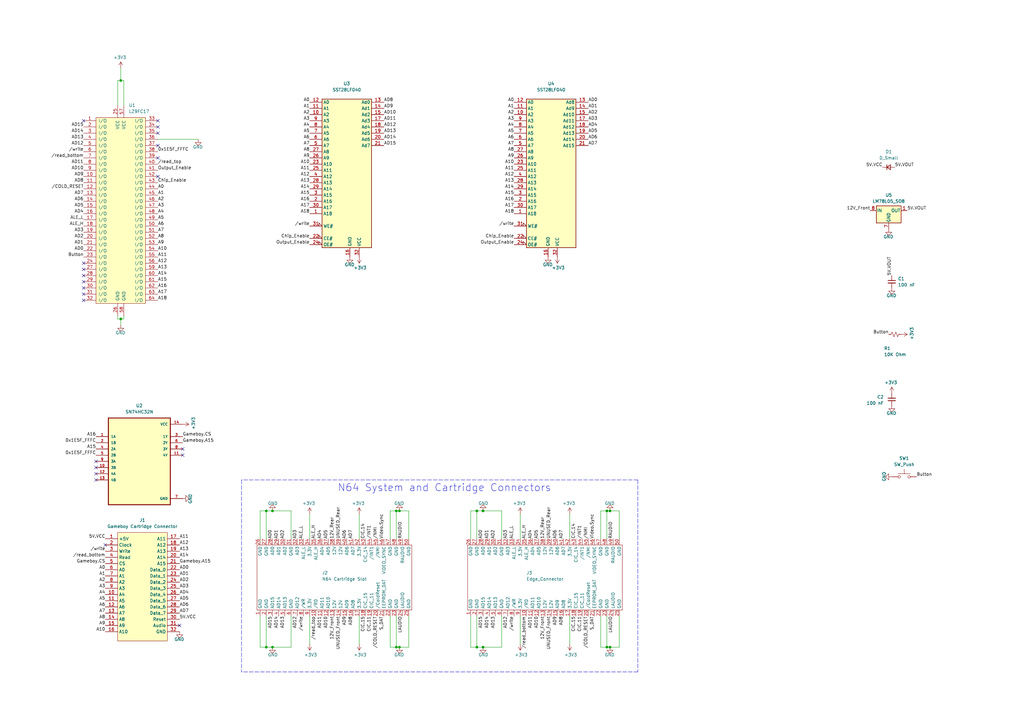
<source format=kicad_sch>
(kicad_sch (version 20231120) (generator "eeschema") (generator_version "8.0")
  (paper "A3")
  (lib_symbols
    (symbol "Custom_Flash:SST28LF040"
      (property "Reference" "U1" (at 0 38.1 0))
      (property "Value" "SST28LF040" (at 0 35.56 0))
      (symbol "SST28LF040_0_1"
        (rectangle (start -10.16 31.75) (end 10.16 -29.21) (stroke (width 0.254)) (fill (type background)))
      )
      (symbol "SST28LF040_1_1"
        (pin input line (at -15.24 -15.24 0) (length 5.08) (name "A18") (number "1"))
        (pin input line (at -15.24 25.4 0) (length 5.08) (name "A2") (number "10"))
        (pin input line (at -15.24 27.94 0) (length 5.08) (name "A1") (number "11"))
        (pin input line (at -15.24 30.48 0) (length 5.08) (name "A0") (number "12"))
        (pin tri_state line (at 15.24 30.48 180) (length 5.08) (name "Ad0") (number "13"))
        (pin tri_state line (at 15.24 27.94 180) (length 5.08) (name "Ad1") (number "14"))
        (pin tri_state line (at 15.24 25.4 180) (length 5.08) (name "Ad2") (number "15"))
        (pin power_in line (at 1.27 -33.02 90) (length 3.81) (name "GND") (number "16"))
        (pin tri_state line (at 15.24 22.86 180) (length 5.08) (name "Ad3") (number "17"))
        (pin tri_state line (at 15.24 20.32 180) (length 5.08) (name "Ad4") (number "18"))
        (pin tri_state line (at 15.24 17.78 180) (length 5.08) (name "Ad5") (number "19"))
        (pin input line (at -15.24 -10.16 0) (length 5.08) (name "A16") (number "2"))
        (pin tri_state line (at 15.24 15.24 180) (length 5.08) (name "Ad6") (number "20"))
        (pin tri_state line (at 15.24 12.7 180) (length 5.08) (name "Ad7") (number "21"))
        (pin input input_low (at -15.24 -25.4 0) (length 5.08) (name "CE#") (number "22"))
        (pin input line (at -15.24 5.08 0) (length 5.08) (name "A10") (number "23"))
        (pin input input_low (at -15.24 -27.94 0) (length 5.08) (name "OE#") (number "24"))
        (pin input line (at -15.24 2.54 0) (length 5.08) (name "A11") (number "25"))
        (pin input line (at -15.24 7.62 0) (length 5.08) (name "A9") (number "26"))
        (pin input line (at -15.24 10.16 0) (length 5.08) (name "A8") (number "27"))
        (pin input line (at -15.24 -2.54 0) (length 5.08) (name "A13") (number "28"))
        (pin input line (at -15.24 -5.08 0) (length 5.08) (name "A14") (number "29"))
        (pin input line (at -15.24 -7.62 0) (length 5.08) (name "A15") (number "3"))
        (pin input line (at -15.24 -12.7 0) (length 5.08) (name "A17") (number "30"))
        (pin input input_low (at -15.24 -20.32 0) (length 5.08) (name "WE#") (number "31"))
        (pin power_in line (at 5.08 -33.02 90) (length 3.81) (name "VCC") (number "32"))
        (pin input line (at -15.24 0 0) (length 5.08) (name "A12") (number "4"))
        (pin input line (at -15.24 12.7 0) (length 5.08) (name "A7") (number "5"))
        (pin input line (at -15.24 15.24 0) (length 5.08) (name "A6") (number "6"))
        (pin input line (at -15.24 17.78 0) (length 5.08) (name "A5") (number "7"))
        (pin input line (at -15.24 20.32 0) (length 5.08) (name "A4") (number "8"))
        (pin input line (at -15.24 22.86 0) (length 5.08) (name "A3") (number "9"))
      )
    )
    (symbol "Custom_GAL:LZ9FC17" (pin_names (offset 1.016))
      (property "Reference" "U" (at -7.62 50.8 0))
      (property "Value" "LZ9FC17" (at 2.54 50.8 0))
      (symbol "LZ9FC17_0_1"
        (rectangle (start -10.16 36.83) (end 10.16 -39.37) (fill (type background)))
      )
      (symbol "LZ9FC17_1_1"
        (pin tri_state line (at -15.24 35.56 0) (length 5.08) (name "I/O") (number "1"))
        (pin tri_state line (at -15.24 12.7 0) (length 5.08) (name "I/O") (number "10"))
        (pin tri_state line (at -15.24 10.16 0) (length 5.08) (name "I/O") (number "11"))
        (pin tri_state line (at -15.24 7.62 0) (length 5.08) (name "I/O") (number "12"))
        (pin tri_state line (at -15.24 5.08 0) (length 5.08) (name "I/O") (number "13"))
        (pin tri_state line (at -15.24 2.54 0) (length 5.08) (name "I/O") (number "14"))
        (pin tri_state line (at -15.24 0 0) (length 5.08) (name "I/O") (number "15"))
        (pin tri_state line (at -15.24 -2.54 0) (length 5.08) (name "I/O") (number "16"))
        (pin tri_state line (at -15.24 -5.08 0) (length 5.08) (name "I/O") (number "17"))
        (pin tri_state line (at -15.24 -7.62 0) (length 5.08) (name "I/O") (number "18"))
        (pin tri_state line (at -15.24 -10.16 0) (length 5.08) (name "I/O") (number "19"))
        (pin tri_state line (at -15.24 33.02 0) (length 5.08) (name "I/O") (number "2"))
        (pin tri_state line (at -15.24 -12.7 0) (length 5.08) (name "I/O") (number "20"))
        (pin tri_state line (at -15.24 -15.24 0) (length 5.08) (name "I/O") (number "21"))
        (pin tri_state line (at -15.24 -17.78 0) (length 5.08) (name "I/O") (number "22"))
        (pin tri_state line (at -15.24 -20.32 0) (length 5.08) (name "I/O") (number "23"))
        (pin tri_state line (at -15.24 -22.86 0) (length 5.08) (name "I/O") (number "24"))
        (pin power_in line (at -1.27 41.91 270) (length 5.08) (name "VCC") (number "25"))
        (pin power_in line (at -1.27 -44.45 90) (length 5.08) (name "GND") (number "26"))
        (pin tri_state line (at -15.24 -25.4 0) (length 5.08) (name "I/O") (number "27"))
        (pin tri_state line (at -15.24 -27.94 0) (length 5.08) (name "I/O") (number "28"))
        (pin tri_state line (at -15.24 -30.48 0) (length 5.08) (name "I/O") (number "29"))
        (pin tri_state line (at -15.24 30.48 0) (length 5.08) (name "I/O") (number "3"))
        (pin tri_state line (at -15.24 -33.02 0) (length 5.08) (name "I/O") (number "30"))
        (pin tri_state line (at -15.24 -35.56 0) (length 5.08) (name "I/O") (number "31"))
        (pin tri_state line (at -15.24 -38.1 0) (length 5.08) (name "I/O") (number "32"))
        (pin tri_state line (at 15.24 35.56 180) (length 5.08) (name "I/O") (number "33"))
        (pin tri_state line (at 15.24 33.02 180) (length 5.08) (name "I/O") (number "34"))
        (pin tri_state line (at 15.24 30.48 180) (length 5.08) (name "I/O") (number "35"))
        (pin tri_state line (at 15.24 27.94 180) (length 5.08) (name "I/O") (number "36"))
        (pin tri_state line (at 15.24 25.4 180) (length 5.08) (name "I/O") (number "37"))
        (pin tri_state line (at 15.24 22.86 180) (length 5.08) (name "I/O") (number "38"))
        (pin tri_state line (at 15.24 20.32 180) (length 5.08) (name "I/O") (number "39"))
        (pin tri_state line (at -15.24 27.94 0) (length 5.08) (name "I/O") (number "4"))
        (pin tri_state line (at 15.24 17.78 180) (length 5.08) (name "I/O") (number "40"))
        (pin tri_state line (at 15.24 15.24 180) (length 5.08) (name "I/O") (number "41"))
        (pin tri_state line (at 15.24 12.7 180) (length 5.08) (name "I/O") (number "42"))
        (pin tri_state line (at 15.24 10.16 180) (length 5.08) (name "I/O") (number "43"))
        (pin tri_state line (at 15.24 7.62 180) (length 5.08) (name "I/O") (number "44"))
        (pin tri_state line (at 15.24 5.08 180) (length 5.08) (name "I/O") (number "45"))
        (pin tri_state line (at 15.24 2.54 180) (length 5.08) (name "I/O") (number "46"))
        (pin tri_state line (at 15.24 0 180) (length 5.08) (name "I/O") (number "47"))
        (pin tri_state line (at 15.24 -2.54 180) (length 5.08) (name "I/O") (number "48"))
        (pin tri_state line (at 15.24 -5.08 180) (length 5.08) (name "I/O") (number "49"))
        (pin tri_state line (at -15.24 25.4 0) (length 5.08) (name "I/O") (number "5"))
        (pin tri_state line (at 15.24 -7.62 180) (length 5.08) (name "I/O") (number "50"))
        (pin tri_state line (at 15.24 -10.16 180) (length 5.08) (name "I/O") (number "51"))
        (pin tri_state line (at 15.24 -12.7 180) (length 5.08) (name "I/O") (number "52"))
        (pin tri_state line (at 15.24 -15.24 180) (length 5.08) (name "I/O") (number "53"))
        (pin tri_state line (at 15.24 -17.78 180) (length 5.08) (name "I/O") (number "54"))
        (pin tri_state line (at 15.24 -20.32 180) (length 5.08) (name "I/O") (number "55"))
        (pin tri_state line (at 15.24 -22.86 180) (length 5.08) (name "I/O") (number "56"))
        (pin power_in line (at 1.27 41.91 270) (length 5.08) (name "VCC") (number "57"))
        (pin tri_state line (at 1.27 -44.45 90) (length 5.08) (name "GND") (number "58"))
        (pin tri_state line (at 15.24 -25.4 180) (length 5.08) (name "I/O") (number "59"))
        (pin tri_state line (at -15.24 22.86 0) (length 5.08) (name "I/O") (number "6"))
        (pin tri_state line (at 15.24 -27.94 180) (length 5.08) (name "I/O") (number "60"))
        (pin tri_state line (at 15.24 -30.48 180) (length 5.08) (name "I/O") (number "61"))
        (pin tri_state line (at 15.24 -33.02 180) (length 5.08) (name "I/O") (number "62"))
        (pin tri_state line (at 15.24 -35.56 180) (length 5.08) (name "I/O") (number "63"))
        (pin tri_state line (at 15.24 -38.1 180) (length 5.08) (name "I/O") (number "64"))
        (pin tri_state line (at -15.24 20.32 0) (length 5.08) (name "I/O") (number "7"))
        (pin tri_state line (at -15.24 17.78 0) (length 5.08) (name "I/O") (number "8"))
        (pin tri_state line (at -15.24 15.24 0) (length 5.08) (name "I/O") (number "9"))
      )
    )
    (symbol "Device:C_Small" (pin_numbers hide) (pin_names (offset 0.254) hide)
      (property "Reference" "C" (at 0.254 1.778 0))
      (property "Value" "C_Small" (at 0.254 -2.032 0))
      (symbol "C_Small_0_1"
        (polyline (pts (xy -1.524 -0.508) (xy 1.524 -0.508)) (stroke (width 0.3302)))
        (polyline (pts (xy -1.524 0.508) (xy 1.524 0.508)) (stroke (width 0.3048)))
      )
      (symbol "C_Small_1_1"
        (pin passive line (at 0 2.54 270) (length 2.032) (name "~") (number "1"))
        (pin passive line (at 0 -2.54 90) (length 2.032) (name "~") (number "2"))
      )
    )
    (symbol "Device:D_Small" (pin_numbers hide) (pin_names (offset 0.254) hide)
      (property "Reference" "D" (at -1.27 2.032 0))
      (property "Value" "D_Small" (at -3.81 -2.032 0))
      (symbol "D_Small_0_1"
        (polyline (pts (xy -0.762 -1.016) (xy -0.762 1.016)) (stroke (width 0.254)))
        (polyline (pts (xy -0.762 0) (xy 0.762 0)))
        (polyline (pts (xy 0.762 -1.016) (xy -0.762 0) (xy 0.762 1.016) (xy 0.762 -1.016)) (stroke (width 0.254)))
      )
      (symbol "D_Small_1_1"
        (pin passive line (at -2.54 0 0) (length 1.778) (name "K") (number "1"))
        (pin passive line (at 2.54 0 180) (length 1.778) (name "A") (number "2"))
      )
    )
    (symbol "Device:R_Small_US" (pin_numbers hide) (pin_names (offset 0.254) hide)
      (property "Reference" "R" (at 0.762 0.508 0))
      (property "Value" "R_Small_US" (at 0.762 -1.016 0))
      (symbol "R_Small_US_1_1"
        (polyline (pts (xy 0 0) (xy 1.016 -0.381) (xy 0 -0.762) (xy -1.016 -1.143) (xy 0 -1.524)))
        (polyline (pts (xy 0 1.524) (xy 1.016 1.143) (xy 0 0.762) (xy -1.016 0.381) (xy 0 0)))
        (pin passive line (at 0 2.54 270) (length 1.016) (name "~") (number "1"))
        (pin passive line (at 0 -2.54 90) (length 1.016) (name "~") (number "2"))
      )
    )
    (symbol "GameBooster:SN74HC32N" (pin_names (offset 1.016))
      (property "Reference" "U" (at -12.7 18.78 0))
      (property "Value" "SN74HC32N" (at -12.7 -21.78 0))
      (symbol "SN74HC32N_0_0"
        (rectangle (start -12.7 -17.78) (end 12.7 17.78) (stroke (width 0.41)) (fill (type background)))
        (pin input line (at -17.78 10.16 0) (length 5.08) (name "1A") (number "1"))
        (pin input line (at -17.78 -2.54 0) (length 5.08) (name "3B") (number "10"))
        (pin output line (at 17.78 2.54 180) (length 5.08) (name "4Y") (number "11"))
        (pin input line (at -17.78 -5.08 0) (length 5.08) (name "4A") (number "12"))
        (pin input line (at -17.78 -7.62 0) (length 5.08) (name "4B") (number "13"))
        (pin power_in line (at 17.78 15.24 180) (length 5.08) (name "VCC") (number "14"))
        (pin input line (at -17.78 7.62 0) (length 5.08) (name "1B") (number "2"))
        (pin output line (at 17.78 10.16 180) (length 5.08) (name "1Y") (number "3"))
        (pin input line (at -17.78 5.08 0) (length 5.08) (name "2A") (number "4"))
        (pin input line (at -17.78 2.54 0) (length 5.08) (name "2B") (number "5"))
        (pin output line (at 17.78 7.62 180) (length 5.08) (name "2Y") (number "6"))
        (pin power_in line (at 17.78 -15.24 180) (length 5.08) (name "GND") (number "7"))
        (pin output line (at 17.78 5.08 180) (length 5.08) (name "3Y") (number "8"))
        (pin input line (at -17.78 0 0) (length 5.08) (name "3A") (number "9"))
      )
    )
    (symbol "Gameboy:Game_Edge_Connector"
      (property "Reference" "J6" (at 0 15.24 0))
      (property "Value" "Game_Edge_Connector" (at 0 12.7 0))
      (symbol "Game_Edge_Connector_1_1"
        (rectangle (start -10.16 10.16) (end 10.16 -34.29) (fill (type background)))
        (pin power_in line (at -15.24 7.62 0) (length 5.08) (name "+5V") (number "1"))
        (pin bidirectional line (at -15.24 -15.24 0) (length 5.08) (name "A4") (number "10"))
        (pin bidirectional line (at -15.24 -17.78 0) (length 5.08) (name "A5") (number "11"))
        (pin bidirectional line (at -15.24 -20.32 0) (length 5.08) (name "A6") (number "12"))
        (pin bidirectional line (at -15.24 -22.86 0) (length 5.08) (name "A7") (number "13"))
        (pin bidirectional line (at -15.24 -25.4 0) (length 5.08) (name "A8") (number "14"))
        (pin bidirectional line (at -15.24 -27.94 0) (length 5.08) (name "A9") (number "15"))
        (pin bidirectional line (at -15.24 -30.48 0) (length 5.08) (name "A10") (number "16"))
        (pin bidirectional line (at 15.24 7.62 180) (length 5.08) (name "A11") (number "17"))
        (pin bidirectional line (at 15.24 5.08 180) (length 5.08) (name "A12") (number "18"))
        (pin bidirectional line (at 15.24 2.54 180) (length 5.08) (name "A13") (number "19"))
        (pin bidirectional line (at -15.24 5.08 0) (length 5.08) (name "Clock") (number "2"))
        (pin bidirectional line (at 15.24 0 180) (length 5.08) (name "A14") (number "20"))
        (pin bidirectional line (at 15.24 -2.54 180) (length 5.08) (name "A15") (number "21"))
        (pin bidirectional line (at 15.24 -5.08 180) (length 5.08) (name "Data_0") (number "22"))
        (pin bidirectional line (at 15.24 -7.62 180) (length 5.08) (name "Data_1") (number "23"))
        (pin bidirectional line (at 15.24 -10.16 180) (length 5.08) (name "Data_2") (number "24"))
        (pin bidirectional line (at 15.24 -12.7 180) (length 5.08) (name "Data_3") (number "25"))
        (pin bidirectional line (at 15.24 -15.24 180) (length 5.08) (name "Data_4") (number "26"))
        (pin bidirectional line (at 15.24 -17.78 180) (length 5.08) (name "Data_5") (number "27"))
        (pin bidirectional line (at 15.24 -20.32 180) (length 5.08) (name "Data_6") (number "28"))
        (pin bidirectional line (at 15.24 -22.86 180) (length 5.08) (name "Data_7") (number "29"))
        (pin bidirectional line (at -15.24 2.54 0) (length 5.08) (name "Write") (number "3"))
        (pin bidirectional line (at 15.24 -25.4 180) (length 5.08) (name "Reset") (number "30"))
        (pin bidirectional line (at 15.24 -27.94 180) (length 5.08) (name "Audio") (number "31"))
        (pin bidirectional line (at 15.24 -30.48 180) (length 5.08) (name "GND") (number "32"))
        (pin bidirectional line (at -15.24 0 0) (length 5.08) (name "Read") (number "4"))
        (pin bidirectional line (at -15.24 -2.54 0) (length 5.08) (name "CS") (number "5"))
        (pin bidirectional line (at -15.24 -5.08 0) (length 5.08) (name "A0") (number "6"))
        (pin bidirectional line (at -15.24 -7.62 0) (length 5.08) (name "A1") (number "7"))
        (pin bidirectional line (at -15.24 -10.16 0) (length 5.08) (name "A2") (number "8"))
        (pin bidirectional line (at -15.24 -12.7 0) (length 5.08) (name "A3") (number "9"))
      )
    )
    (symbol "N64:Edge_Connector"
      (property "Reference" "U" (at 0 2.54 0))
      (property "Value" "Edge_Connector" (at 0 0 0))
      (symbol "Edge_Connector_0_1"
        (rectangle (start -33.02 13.97) (end 30.48 -12.7))
      )
      (symbol "Edge_Connector_1_1"
        (pin power_out line (at -31.75 -15.24 90) (length 2.54) (name "GND") (number "1"))
        (pin output line (at -8.89 -15.24 90) (length 2.54) (name "/RD") (number "10"))
        (pin bidirectional line (at -6.35 -15.24 90) (length 2.54) (name "AD11") (number "11"))
        (pin bidirectional line (at -3.81 -15.24 90) (length 2.54) (name "AD10") (number "12"))
        (pin power_out line (at -1.27 -15.24 90) (length 2.54) (name "12V") (number "13"))
        (pin power_out line (at 1.27 -15.24 90) (length 2.54) (name "12V") (number "14"))
        (pin bidirectional line (at 3.81 -15.24 90) (length 2.54) (name "AD9") (number "15"))
        (pin bidirectional line (at 6.35 -15.24 90) (length 2.54) (name "AD8") (number "16"))
        (pin power_out line (at 8.89 -15.24 90) (length 2.54) (name "3.3V") (number "17"))
        (pin bidirectional line (at 11.43 -15.24 90) (length 2.54) (name "CIC_15") (number "18"))
        (pin bidirectional line (at 13.97 -15.24 90) (length 2.54) (name "CIC_11") (number "19"))
        (pin power_out line (at -29.21 -15.24 90) (length 2.54) (name "GND") (number "2"))
        (pin bidirectional line (at 16.51 -15.24 90) (length 2.54) (name "/ColdReset") (number "20"))
        (pin bidirectional line (at 19.05 -15.24 90) (length 2.54) (name "EEPROM_DAT") (number "21"))
        (pin power_out line (at 21.59 -15.24 90) (length 2.54) (name "GND") (number "22"))
        (pin power_out line (at 24.13 -15.24 90) (length 2.54) (name "GND") (number "23"))
        (pin bidirectional line (at 26.67 -15.24 90) (length 2.54) (name "LAUDIO") (number "24"))
        (pin power_out line (at 29.21 -15.24 90) (length 2.54) (name "GND") (number "25"))
        (pin power_out line (at -31.75 16.51 270) (length 2.54) (name "GND") (number "26"))
        (pin power_out line (at -29.21 16.51 270) (length 2.54) (name "GND") (number "27"))
        (pin bidirectional line (at -26.67 16.51 270) (length 2.54) (name "AD0") (number "28"))
        (pin bidirectional line (at -24.13 16.51 270) (length 2.54) (name "AD1") (number "29"))
        (pin bidirectional line (at -26.67 -15.24 90) (length 2.54) (name "AD15") (number "3"))
        (pin bidirectional line (at -21.59 16.51 270) (length 2.54) (name "AD2") (number "30"))
        (pin power_out line (at -19.05 16.51 270) (length 2.54) (name "GND") (number "31"))
        (pin bidirectional line (at -16.51 16.51 270) (length 2.54) (name "AD3") (number "32"))
        (pin output line (at -13.97 16.51 270) (length 2.54) (name "ALE_L") (number "33"))
        (pin power_out line (at -11.43 16.51 270) (length 2.54) (name "3.3V") (number "34"))
        (pin output line (at -8.89 16.51 270) (length 2.54) (name "ALE_H") (number "35"))
        (pin bidirectional line (at -6.35 16.51 270) (length 2.54) (name "AD4") (number "36"))
        (pin bidirectional line (at -3.81 16.51 270) (length 2.54) (name "AD5") (number "37"))
        (pin power_out line (at -1.27 16.51 270) (length 2.54) (name "12V") (number "38"))
        (pin power_out line (at 1.27 16.51 270) (length 2.54) (name "12V") (number "39"))
        (pin bidirectional line (at -24.13 -15.24 90) (length 2.54) (name "AD14") (number "4"))
        (pin bidirectional line (at 3.81 16.51 270) (length 2.54) (name "AD6") (number "40"))
        (pin bidirectional line (at 6.35 16.51 270) (length 2.54) (name "AD7") (number "41"))
        (pin bidirectional line (at 8.89 16.51 270) (length 2.54) (name "3.3V") (number "42"))
        (pin bidirectional line (at 11.43 16.51 270) (length 2.54) (name "CIC_14") (number "43"))
        (pin bidirectional line (at 13.97 16.51 270) (length 2.54) (name "/INT1") (number "44"))
        (pin bidirectional line (at 16.51 16.51 270) (length 2.54) (name "/NMI") (number "45"))
        (pin bidirectional line (at 19.05 16.51 270) (length 2.54) (name "VIDEO_SYNC") (number "46"))
        (pin power_out line (at 21.59 16.51 270) (length 2.54) (name "GND") (number "47"))
        (pin power_out line (at 24.13 16.51 270) (length 2.54) (name "GND") (number "48"))
        (pin bidirectional line (at 26.67 16.51 270) (length 2.54) (name "RAUDIO") (number "49"))
        (pin bidirectional line (at -21.59 -15.24 90) (length 2.54) (name "AD13") (number "5"))
        (pin power_out line (at 29.21 16.51 270) (length 2.54) (name "GND") (number "50"))
        (pin power_out line (at -19.05 -15.24 90) (length 2.54) (name "GND") (number "6"))
        (pin bidirectional line (at -16.51 -15.24 90) (length 2.54) (name "AD12") (number "7"))
        (pin output line (at -13.97 -15.24 90) (length 2.54) (name "/WR") (number "8"))
        (pin power_out line (at -11.43 -15.24 90) (length 2.54) (name "3.3V") (number "9"))
      )
    )
    (symbol "Regulator_Linear:LM78L05_SO8" (pin_names (offset 0.254))
      (property "Reference" "U" (at -3.81 3.175 0))
      (property "Value" "LM78L05_SO8" (at 0 3.175 0))
      (symbol "LM78L05_SO8_0_1"
        (rectangle (start -5.08 1.905) (end 5.08 -5.08) (stroke (width 0.254)) (fill (type background)))
      )
      (symbol "LM78L05_SO8_1_1"
        (pin power_out line (at 7.62 0 180) (length 2.54) (name "OUT") (number "1"))
        (pin passive line (at 0 -7.62 90) (length 2.54) hide (name "GND") (number "2"))
        (pin passive line (at 0 -7.62 90) (length 2.54) hide (name "GND") (number "3"))
        (pin no_connect line (at -5.08 -2.54 0) (length 2.54) hide (name "NC") (number "4"))
        (pin no_connect line (at 5.08 -2.54 180) (length 2.54) hide (name "NC") (number "5"))
        (pin passive line (at 0 -7.62 90) (length 2.54) hide (name "GND") (number "6"))
        (pin power_in line (at 0 -7.62 90) (length 2.54) (name "GND") (number "7"))
        (pin power_in line (at -7.62 0 0) (length 2.54) (name "IN") (number "8"))
      )
    )
    (symbol "SST28LF040_1"
      (property "Reference" "U2" (at 0 38.1 0))
      (property "Value" "SST28LF040" (at 0 35.56 0))
      (symbol "SST28LF040_1_0_1"
        (rectangle (start -10.16 31.75) (end 10.16 -29.21) (stroke (width 0.254)) (fill (type background)))
      )
      (symbol "SST28LF040_1_1_1"
        (pin input line (at -15.24 -15.24 0) (length 5.08) (name "A18") (number "1"))
        (pin input line (at -15.24 25.4 0) (length 5.08) (name "A2") (number "10"))
        (pin input line (at -15.24 27.94 0) (length 5.08) (name "A1") (number "11"))
        (pin input line (at -15.24 30.48 0) (length 5.08) (name "A0") (number "12"))
        (pin tri_state line (at 15.24 30.48 180) (length 5.08) (name "Ad8") (number "13"))
        (pin tri_state line (at 15.24 27.94 180) (length 5.08) (name "Ad9") (number "14"))
        (pin tri_state line (at 15.24 25.4 180) (length 5.08) (name "Ad10") (number "15"))
        (pin power_in line (at -1.27 -33.02 90) (length 3.81) (name "GND") (number "16"))
        (pin tri_state line (at 15.24 22.86 180) (length 5.08) (name "Ad11") (number "17"))
        (pin tri_state line (at 15.24 20.32 180) (length 5.08) (name "Ad12") (number "18"))
        (pin tri_state line (at 15.24 17.78 180) (length 5.08) (name "Ad13") (number "19"))
        (pin input line (at -15.24 -10.16 0) (length 5.08) (name "A16") (number "2"))
        (pin tri_state line (at 15.24 15.24 180) (length 5.08) (name "Ad14") (number "20"))
        (pin tri_state line (at 15.24 12.7 180) (length 5.08) (name "Ad15") (number "21"))
        (pin input input_low (at -15.24 -25.4 0) (length 5.08) (name "CE#") (number "22"))
        (pin input line (at -15.24 5.08 0) (length 5.08) (name "A10") (number "23"))
        (pin input input_low (at -15.24 -27.94 0) (length 5.08) (name "OE#") (number "24"))
        (pin input line (at -15.24 2.54 0) (length 5.08) (name "A11") (number "25"))
        (pin input line (at -15.24 7.62 0) (length 5.08) (name "A9") (number "26"))
        (pin input line (at -15.24 10.16 0) (length 5.08) (name "A8") (number "27"))
        (pin input line (at -15.24 -2.54 0) (length 5.08) (name "A13") (number "28"))
        (pin input line (at -15.24 -5.08 0) (length 5.08) (name "A14") (number "29"))
        (pin input line (at -15.24 -7.62 0) (length 5.08) (name "A15") (number "3"))
        (pin input line (at -15.24 -12.7 0) (length 5.08) (name "A17") (number "30"))
        (pin input input_low (at -15.24 -20.32 0) (length 5.08) (name "WE#") (number "31"))
        (pin power_in line (at 2.54 -33.02 90) (length 3.81) (name "VCC") (number "32"))
        (pin input line (at -15.24 0 0) (length 5.08) (name "A12") (number "4"))
        (pin input line (at -15.24 12.7 0) (length 5.08) (name "A7") (number "5"))
        (pin input line (at -15.24 15.24 0) (length 5.08) (name "A6") (number "6"))
        (pin input line (at -15.24 17.78 0) (length 5.08) (name "A5") (number "7"))
        (pin input line (at -15.24 20.32 0) (length 5.08) (name "A4") (number "8"))
        (pin input line (at -15.24 22.86 0) (length 5.08) (name "A3") (number "9"))
      )
    )
    (symbol "Switch:SW_Push" (pin_numbers hide) (pin_names (offset 1.016) hide)
      (property "Reference" "SW" (at 1.27 2.54 0))
      (property "Value" "SW_Push" (at 0 -1.524 0))
      (symbol "SW_Push_0_1"
        (circle (center -2.032 0) (radius 0.508))
        (polyline (pts (xy 0 1.27) (xy 0 3.048)))
        (polyline (pts (xy 2.54 1.27) (xy -2.54 1.27)))
        (circle (center 2.032 0) (radius 0.508))
        (pin passive line (at -5.08 0 0) (length 2.54) (name "1") (number "1"))
        (pin passive line (at 5.08 0 180) (length 2.54) (name "2") (number "2"))
      )
    )
    (symbol "power:+3V3" (power) (pin_names (offset 0))
      (property "Value" "+3V3" (at 0 3.556 0))
      (symbol "+3V3_0_1"
        (polyline (pts (xy -0.762 1.27) (xy 0 2.54)))
        (polyline (pts (xy 0 0) (xy 0 2.54)))
        (polyline (pts (xy 0 2.54) (xy 0.762 1.27)))
      )
      (symbol "+3V3_1_1"
        (pin power_in line (at 0 0 90) (length 0) hide (name "+3V3") (number "1"))
      )
    )
    (symbol "power:GND" (power) (pin_names (offset 0))
      (property "Value" "GND" (at 0 -3.81 0))
      (symbol "GND_0_1"
        (polyline (pts (xy 0 0) (xy 0 -1.27) (xy 1.27 -1.27) (xy 0 -2.54) (xy -1.27 -1.27) (xy 0 -1.27)))
      )
      (symbol "GND_1_1"
        (pin power_in line (at 0 0 270) (length 0) hide (name "GND") (number "1"))
      )
    )
  )
  (junction (at 111.76 209.55))
  (junction (at 163.83 265.43))
  (junction (at 198.12 265.43))
  (junction (at 162.56 209.55))
  (junction (at 162.56 265.43))
  (junction (at 49.53 130.81))
  (junction (at 111.76 265.43))
  (junction (at 109.22 265.43))
  (junction (at 163.83 209.55))
  (junction (at 109.22 209.55))
  (junction (at 195.58 209.55))
  (junction (at 250.19 265.43))
  (junction (at 248.92 209.55))
  (junction (at 195.58 265.43))
  (junction (at 49.53 33.02))
  (junction (at 198.12 209.55))
  (junction (at 248.92 265.43))
  (junction (at 250.19 209.55))
  (no_connect (at 39.37 196.85))
  (no_connect (at 64.77 59.69))
  (no_connect (at 34.29 110.49))
  (no_connect (at 39.37 189.23))
  (no_connect (at 74.93 186.69))
  (no_connect (at 64.77 52.07))
  (no_connect (at 34.29 49.53))
  (no_connect (at 34.29 123.19))
  (no_connect (at 39.37 194.31))
  (no_connect (at 34.29 115.57))
  (no_connect (at 34.29 120.65))
  (no_connect (at 39.37 191.77))
  (no_connect (at 34.29 118.11))
  (no_connect (at 64.77 49.53))
  (no_connect (at 73.66 256.54))
  (no_connect (at 64.77 54.61))
  (no_connect (at 64.77 72.39))
  (no_connect (at 34.29 107.95))
  (no_connect (at 34.29 113.03))
  (no_connect (at 74.93 184.15))
  (no_connect (at 43.18 223.52))
  (no_connect (at 64.77 64.77))
  (wire (pts (xy 48.26 130.81) (xy 49.53 130.81)))
  (wire (pts (xy 250.19 209.55) (xy 254 209.55)))
  (wire (pts (xy 109.22 209.55) (xy 111.76 209.55)))
  (wire (pts (xy 49.53 27.94) (xy 49.53 33.02)))
  (wire (pts (xy 163.83 209.55) (xy 167.64 209.55)))
  (wire (pts (xy 106.68 209.55) (xy 109.22 209.55)))
  (wire (pts (xy 193.04 265.43) (xy 195.58 265.43)))
  (polyline (pts (xy 261.62 196.85) (xy 261.62 275.59)) (stroke (width 0) (type dash)))
  (wire (pts (xy 50.8 33.02) (xy 50.8 43.18)))
  (wire (pts (xy 246.38 265.43) (xy 248.92 265.43)))
  (polyline (pts (xy 99.06 196.85) (xy 99.06 275.59)) (stroke (width 0) (type dash)))
  (wire (pts (xy 162.56 252.73) (xy 162.56 265.43)))
  (wire (pts (xy 193.04 265.43) (xy 193.04 252.73)))
  (wire (pts (xy 160.02 252.73) (xy 160.02 265.43)))
  (wire (pts (xy 246.38 220.98) (xy 246.38 209.55)))
  (wire (pts (xy 246.38 252.73) (xy 246.38 265.43)))
  (wire (pts (xy 106.68 265.43) (xy 109.22 265.43)))
  (wire (pts (xy 250.19 265.43) (xy 254 265.43)))
  (polyline (pts (xy 261.62 196.85) (xy 99.06 196.85)) (stroke (width 0) (type dash)))
  (wire (pts (xy 49.53 130.81) (xy 49.53 133.35)))
  (wire (pts (xy 109.22 252.73) (xy 109.22 265.43)))
  (wire (pts (xy 248.92 265.43) (xy 250.19 265.43)))
  (wire (pts (xy 195.58 265.43) (xy 198.12 265.43)))
  (wire (pts (xy 213.36 252.73) (xy 213.36 264.16)))
  (wire (pts (xy 193.04 209.55) (xy 195.58 209.55)))
  (wire (pts (xy 195.58 252.73) (xy 195.58 265.43)))
  (wire (pts (xy 233.68 210.82) (xy 233.68 220.98)))
  (wire (pts (xy 248.92 252.73) (xy 248.92 265.43)))
  (wire (pts (xy 254 252.73) (xy 254 265.43)))
  (wire (pts (xy 254 220.98) (xy 254 209.55)))
  (wire (pts (xy 48.26 33.02) (xy 48.26 43.18)))
  (wire (pts (xy 64.77 57.15) (xy 81.28 57.15)))
  (wire (pts (xy 109.22 265.43) (xy 111.76 265.43)))
  (wire (pts (xy 160.02 220.98) (xy 160.02 209.55)))
  (wire (pts (xy 195.58 209.55) (xy 198.12 209.55)))
  (wire (pts (xy 167.64 220.98) (xy 167.64 209.55)))
  (wire (pts (xy 50.8 129.54) (xy 50.8 130.81)))
  (wire (pts (xy 106.68 265.43) (xy 106.68 252.73)))
  (wire (pts (xy 248.92 209.55) (xy 250.19 209.55)))
  (wire (pts (xy 111.76 265.43) (xy 119.38 265.43)))
  (wire (pts (xy 160.02 209.55) (xy 162.56 209.55)))
  (wire (pts (xy 198.12 265.43) (xy 205.74 265.43)))
  (wire (pts (xy 195.58 209.55) (xy 195.58 220.98)))
  (polyline (pts (xy 261.62 275.59) (xy 99.06 275.59)) (stroke (width 0) (type dash)))
  (wire (pts (xy 147.32 210.82) (xy 147.32 220.98)))
  (wire (pts (xy 193.04 209.55) (xy 193.04 220.98)))
  (wire (pts (xy 248.92 220.98) (xy 248.92 209.55)))
  (wire (pts (xy 162.56 265.43) (xy 163.83 265.43)))
  (wire (pts (xy 48.26 33.02) (xy 49.53 33.02)))
  (wire (pts (xy 106.68 209.55) (xy 106.68 220.98)))
  (wire (pts (xy 48.26 129.54) (xy 48.26 130.81)))
  (wire (pts (xy 205.74 265.43) (xy 205.74 252.73)))
  (wire (pts (xy 233.68 252.73) (xy 233.68 264.16)))
  (wire (pts (xy 109.22 209.55) (xy 109.22 220.98)))
  (wire (pts (xy 162.56 209.55) (xy 163.83 209.55)))
  (wire (pts (xy 111.76 209.55) (xy 119.38 209.55)))
  (wire (pts (xy 119.38 265.43) (xy 119.38 252.73)))
  (wire (pts (xy 127 220.98) (xy 127 210.82)))
  (wire (pts (xy 160.02 265.43) (xy 162.56 265.43)))
  (wire (pts (xy 213.36 220.98) (xy 213.36 210.82)))
  (wire (pts (xy 119.38 209.55) (xy 119.38 220.98)))
  (wire (pts (xy 205.74 209.55) (xy 205.74 220.98)))
  (wire (pts (xy 162.56 220.98) (xy 162.56 209.55)))
  (wire (pts (xy 147.32 252.73) (xy 147.32 264.16)))
  (wire (pts (xy 163.83 265.43) (xy 167.64 265.43)))
  (wire (pts (xy 49.53 33.02) (xy 50.8 33.02)))
  (wire (pts (xy 198.12 209.55) (xy 205.74 209.55)))
  (wire (pts (xy 49.53 130.81) (xy 50.8 130.81)))
  (wire (pts (xy 246.38 209.55) (xy 248.92 209.55)))
  (wire (pts (xy 167.64 252.73) (xy 167.64 265.43)))
  (wire (pts (xy 127 252.73) (xy 127 264.16)))
  (text "N64 System and Cartridge Connectors" (at 138.43 201.93 0) (effects (font (size 2.9972 2.9972)) (justify left bottom)))
  (label "A14" (at 64.77 113.03 0))
  (label "A2" (at 210.82 46.99 180))
  (label "AD11" (at 218.44 252.73 270))
  (label "A1" (at 43.18 236.22 180))
  (label "UNUSED_Front" (at 139.7 252.73 270))
  (label "AD12" (at 121.92 252.73 270))
  (label "Output_Enable" (at 127 100.33 180))
  (label "{slash}NMI" (at 154.94 220.98 90))
  (label "AD2" (at 116.84 220.98 90))
  (label "RAUDIO" (at 251.46 220.98 90))
  (label "ALE_H" (at 34.29 92.71 180))
  (label "AD13" (at 116.84 252.73 270))
  (label "AD9" (at 157.48 44.45 0))
  (label "{slash}COLD_RESET" (at 34.29 77.47 180))
  (label "ALE_L" (at 210.82 220.98 90))
  (label "AD13" (at 203.2 252.73 270))
  (label "A3" (at 127 49.53 180))
  (label "ALE_H" (at 215.9 220.98 90))
  (label "5V.VCC" (at 73.66 254 0))
  (label "AD2" (at 73.66 238.76 0))
  (label "Gameboy.CS" (at 43.18 231.14 180))
  (label "Button" (at 34.29 105.41 180))
  (label "A15" (at 127 80.01 180))
  (label "UNUSED_Rear" (at 139.7 220.98 90))
  (label "AD12" (at 208.28 252.73 270))
  (label "AD6" (at 241.3 57.15 0))
  (label "A14" (at 73.66 228.6 0))
  (label "A10" (at 127 67.31 180))
  (label "AD13" (at 34.29 57.15 180))
  (label "A13" (at 73.66 226.06 0))
  (label "AD0" (at 34.29 102.87 180))
  (label "ALE_L" (at 34.29 90.17 180))
  (label "A4" (at 64.77 87.63 0))
  (label "A17" (at 64.77 120.65 0))
  (label "AD13" (at 157.48 54.61 0))
  (label "ALE_H" (at 129.54 220.98 90))
  (label "AD11" (at 34.29 67.31 180))
  (label "{slash}NMI" (at 241.3 220.98 90))
  (label "A18" (at 64.77 123.19 0))
  (label "A16" (at 64.77 118.11 0))
  (label "AD6" (at 73.66 248.92 0))
  (label "AD1" (at 34.29 100.33 180))
  (label "AD5" (at 34.29 85.09 180))
  (label "Video.Sync" (at 157.48 220.98 90))
  (label "AD3" (at 73.66 241.3 0))
  (label "5V.VOUT" (at 367.03 68.58 0))
  (label "Button" (at 364.49 137.16 180))
  (label "AD8" (at 144.78 252.73 270))
  (label "A0" (at 43.18 233.68 180))
  (label "{slash}COLD_RESET" (at 154.94 252.73 270))
  (label "Output_Enable" (at 210.82 100.33 180))
  (label "A5" (at 127 54.61 180))
  (label "A7" (at 210.82 59.69 180))
  (label "5V.VOUT" (at 372.11 86.36 0))
  (label "A7" (at 43.18 251.46 180))
  (label "A12" (at 127 72.39 180))
  (label "S_DAT" (at 157.48 252.73 270))
  (label "AD5" (at 134.62 220.98 90))
  (label "AD3" (at 241.3 49.53 0))
  (label "Chip_Enable" (at 127 97.79 180))
  (label "12V_Rear" (at 137.16 220.98 90))
  (label "{slash}read_top" (at 64.77 67.31 0))
  (label "{slash}read_bottom" (at 43.18 228.6 180))
  (label "AD0" (at 241.3 41.91 0))
  (label "0x1E5F_FFFC" (at 39.37 181.61 180))
  (label "AD4" (at 218.44 220.98 90))
  (label "A6" (at 43.18 248.92 180))
  (label "A18" (at 210.82 87.63 180))
  (label "A4" (at 43.18 243.84 180))
  (label "A8" (at 127 62.23 180))
  (label "{slash}write" (at 210.82 252.73 270))
  (label "CIC.15" (at 149.86 252.73 270))
  (label "Output_Enable" (at 64.77 69.85 0))
  (label "AD3" (at 34.29 95.25 180))
  (label "A17" (at 127 85.09 180))
  (label "A4" (at 127 52.07 180))
  (label "A6" (at 64.77 92.71 0))
  (label "A5" (at 43.18 246.38 180))
  (label "AD1" (at 241.3 44.45 0))
  (label "12V_Front" (at 356.87 86.36 180))
  (label "{slash}INT1" (at 152.4 220.98 90))
  (label "A11" (at 210.82 69.85 180))
  (label "A1" (at 127 44.45 180))
  (label "A14" (at 127 77.47 180))
  (label "AD10" (at 220.98 252.73 270))
  (label "12V_Front" (at 223.52 252.73 270))
  (label "AD7" (at 231.14 220.98 90))
  (label "Gameboy.A15" (at 73.66 231.14 0))
  (label "AD5" (at 241.3 54.61 0))
  (label "AD15" (at 111.76 252.73 270))
  (label "AD7" (at 73.66 251.46 0))
  (label "UNUSED_Front" (at 226.06 252.73 270))
  (label "A0" (at 210.82 41.91 180))
  (label "AD2" (at 203.2 220.98 90))
  (label "A16" (at 39.37 179.07 180))
  (label "{slash}write" (at 34.29 62.23 180))
  (label "CIC.15" (at 236.22 252.73 270))
  (label "A8" (at 64.77 97.79 0))
  (label "A11" (at 64.77 105.41 0))
  (label "AD15" (at 198.12 252.73 270))
  (label "CIC.14" (at 149.86 220.98 90))
  (label "{slash}write" (at 210.82 92.71 180))
  (label "ALE_L" (at 124.46 220.98 90))
  (label "A13" (at 64.77 110.49 0))
  (label "AD5" (at 220.98 220.98 90))
  (label "AD10" (at 157.48 46.99 0))
  (label "{slash}COLD_RESET" (at 241.3 252.73 270))
  (label "CIC.11" (at 152.4 252.73 270))
  (label "A3" (at 210.82 49.53 180))
  (label "A6" (at 127 57.15 180))
  (label "AD5" (at 73.66 246.38 0))
  (label "A8" (at 210.82 62.23 180))
  (label "A7" (at 64.77 95.25 0))
  (label "A9" (at 127 64.77 180))
  (label "12V_Rear" (at 223.52 220.98 90))
  (label "A7" (at 127 59.69 180))
  (label "{slash}read_bottom" (at 34.29 64.77 180))
  (label "AD0" (at 198.12 220.98 90))
  (label "{slash}write" (at 124.46 252.73 270))
  (label "AD8" (at 157.48 41.91 0))
  (label "A11" (at 73.66 220.98 0))
  (label "A1" (at 210.82 44.45 180))
  (label "A5" (at 210.82 54.61 180))
  (label "0x1E5F_FFFC" (at 39.37 186.69 180))
  (label "A0" (at 64.77 77.47 0))
  (label "A2" (at 43.18 238.76 180))
  (label "A18" (at 127 87.63 180))
  (label "S_DAT" (at 243.84 252.73 270))
  (label "LAUDIO" (at 165.1 252.73 270))
  (label "{slash}read_bottom" (at 215.9 252.73 270))
  (label "LAUDIO" (at 251.46 252.73 270))
  (label "A12" (at 64.77 107.95 0))
  (label "A16" (at 127 82.55 180))
  (label "A9" (at 210.82 64.77 180))
  (label "AD15" (at 157.48 59.69 0))
  (label "AD15" (at 34.29 52.07 180))
  (label "{slash}write" (at 127 92.71 180))
  (label "AD9" (at 142.24 252.73 270))
  (label "UNUSED_Rear" (at 226.06 220.98 90))
  (label "A1" (at 64.77 80.01 0))
  (label "A5" (at 64.77 90.17 0))
  (label "A15" (at 39.37 184.15 180))
  (label "A9" (at 64.77 100.33 0))
  (label "A2" (at 64.77 82.55 0))
  (label "AD14" (at 157.48 57.15 0))
  (label "A11" (at 127 69.85 180))
  (label "Chip_Enable" (at 64.77 74.93 0))
  (label "{slash}INT1" (at 238.76 220.98 90))
  (label "AD10" (at 134.62 252.73 270))
  (label "AD6" (at 228.6 220.98 90))
  (label "AD12" (at 157.48 52.07 0))
  (label "AD11" (at 132.08 252.73 270))
  (label "AD2" (at 34.29 97.79 180))
  (label "AD3" (at 208.28 220.98 90))
  (label "AD4" (at 241.3 52.07 0))
  (label "A12" (at 73.66 223.52 0))
  (label "A0" (at 127 41.91 180))
  (label "{slash}write" (at 43.18 226.06 180))
  (label "AD10" (at 34.29 69.85 180))
  (label "5V.VOUT" (at 365.76 113.03 90))
  (label "Gameboy.CS" (at 74.93 179.07 0))
  (label "A13" (at 210.82 74.93 180))
  (label "AD6" (at 142.24 220.98 90))
  (label "AD12" (at 34.29 59.69 180))
  (label "A2" (at 127 46.99 180))
  (label "5V.VCC" (at 361.95 68.58 180))
  (label "A14" (at 210.82 77.47 180))
  (label "Video.Sync" (at 243.84 220.98 90))
  (label "AD2" (at 241.3 46.99 0))
  (label "A13" (at 127 74.93 180))
  (label "A9" (at 43.18 256.54 180))
  (label "AD0" (at 73.66 233.68 0))
  (label "AD8" (at 34.29 74.93 180))
  (label "AD1" (at 73.66 236.22 0))
  (label "A3" (at 64.77 85.09 0))
  (label "AD7" (at 34.29 80.01 180))
  (label "AD4" (at 34.29 87.63 180))
  (label "A10" (at 210.82 67.31 180))
  (label "A17" (at 210.82 85.09 180))
  (label "A4" (at 210.82 52.07 180))
  (label "RAUDIO" (at 165.1 220.98 90))
  (label "A10" (at 43.18 259.08 180))
  (label "5V.VCC" (at 43.18 220.98 180))
  (label "CIC.11" (at 238.76 252.73 270))
  (label "A3" (at 43.18 241.3 180))
  (label "A15" (at 210.82 80.01 180))
  (label "A6" (at 210.82 57.15 180))
  (label "Chip_Enable" (at 210.82 97.79 180))
  (label "Button" (at 375.92 195.58 0))
  (label "AD0" (at 111.76 220.98 90))
  (label "AD14" (at 114.3 252.73 270))
  (label "{slash}read_top" (at 129.54 252.73 270))
  (label "A15" (at 64.77 115.57 0))
  (label "Gameboy.A15" (at 74.93 181.61 0))
  (label "A12" (at 210.82 72.39 180))
  (label "AD4" (at 73.66 243.84 0))
  (label "CIC.14" (at 236.22 220.98 90))
  (label "AD7" (at 241.3 59.69 0))
  (label "AD11" (at 157.48 49.53 0))
  (label "A16" (at 210.82 82.55 180))
  (label "12V_Front" (at 137.16 252.73 270))
  (label "AD1" (at 114.3 220.98 90))
  (label "AD14" (at 200.66 252.73 270))
  (label "AD1" (at 200.66 220.98 90))
  (label "AD4" (at 132.08 220.98 90))
  (label "A10" (at 64.77 102.87 0))
  (label "AD14" (at 34.29 54.61 180))
  (label "0x1E5F_FFFC" (at 64.77 62.23 0))
  (label "AD9" (at 228.6 252.73 270))
  (label "AD3" (at 121.92 220.98 90))
  (label "AD6" (at 34.29 82.55 180))
  (label "AD7" (at 144.78 220.98 90))
  (label "AD8" (at 231.14 252.73 270))
  (label "A8" (at 43.18 254 180))
  (label "AD9" (at 34.29 72.39 180))
  (symbol (lib_id "GameBooster:SN74HC32N") (at 57.15 189.23 0) (unit 1)
    (property "Reference" "U2" (at 57.15 166.37 0))
    (property "Value" "SN74HC32N" (at 57.15 168.91 0))
    (property "Footprint" "REF1256:74HC32" (effects (hide yes)))
    (property "MF" "Texas Instruments" (effects (hide yes)))
    (property "Description_1" "\n4-ch 2-input 2-V to 6-V 5.2 mA drive strength OR gate\n" (effects (hide yes)))
    (property "Package" "PDIP-14 Texas Instruments" (effects (hide yes)))
    (property "Price" "None" (effects (hide yes)))
    (property "SnapEDA_Link" "https://www.snapeda.com/parts/SN74HC32N/Texas+Instruments/view-part/?ref=snap" (effects (hide yes)))
    (property "MP" "SN74HC32N" (effects (hide yes)))
    (property "Purchase-URL" "https://www.snapeda.com/api/url_track_click_mouser/?unipart_id=214096&manufacturer=Texas Instruments&part_name=SN74HC32N&search_term=None" (effects (hide yes)))
    (property "Availability" "In Stock" (effects (hide yes)))
    (property "Check_prices" "https://www.snapeda.com/parts/SN74HC32N/Texas+Instruments/view-part/?ref=eda" (effects (hide yes)))
  )
  (symbol (lib_id "power:+3V3") (at 49.53 27.94 0) (mirror y) (unit 1)
    (property "Reference" "#PWR01" (effects (hide yes)))
    (property "Value" "+3V3" (at 49.149 23.5458 0))
  )
  (symbol (lib_id "power:+3V3") (at 127 264.16 0) (mirror x) (unit 1)
    (property "Reference" "#PWR010" (effects (hide yes)))
    (property "Value" "+3V3" (at 127.381 268.5542 0))
  )
  (symbol (lib_id "power:+3V3") (at 147.32 264.16 0) (mirror x) (unit 1)
    (property "Reference" "#PWR014" (effects (hide yes)))
    (property "Value" "+3V3" (at 147.701 268.5542 0))
  )
  (symbol (lib_id "Device:D_Small") (at 364.49 68.58 0) (unit 1)
    (property "Reference" "D1" (at 364.49 62.23 0))
    (property "Value" "D_Small" (at 364.49 64.77 0))
    (property "Footprint" "REF1256:Diode" (effects (hide yes)))
    (property "Description" "Diode, small symbol" (effects (hide yes)))
    (property "Sim.Device" "D" (effects (hide yes)))
    (property "Sim.Pins" "1=K 2=A" (effects (hide yes)))
  )
  (symbol (lib_id "Switch:SW_Push") (at 370.84 195.58 0) (unit 1)
    (property "Reference" "SW1" (at 370.84 187.96 0))
    (property "Value" "SW_Push" (at 370.84 190.5 0))
    (property "Footprint" "REF1256:6mm Push Button" (effects (hide yes)))
  )
  (symbol (lib_name "SST28LF040_1") (lib_id "Custom_Flash:SST28LF040") (at 226.06 72.39 0) (unit 1)
    (property "Reference" "U4" (at 226.06 34.29 0))
    (property "Value" "SST28LF040" (at 226.06 36.83 0))
    (property "Footprint" "REF1256:PLCC32" (effects (hide yes)))
  )
  (symbol (lib_id "power:GND") (at 250.19 265.43 0) (mirror y) (unit 1)
    (property "Reference" "#PWR026" (effects (hide yes)))
    (property "Value" "GND" (at 250.063 268.5542 0))
  )
  (symbol (lib_id "power:GND") (at 365.76 118.11 0) (mirror y) (unit 1)
    (property "Reference" "#PWR028" (effects (hide yes)))
    (property "Value" "GND" (at 365.633 121.2342 0))
  )
  (symbol (lib_id "power:+3V3") (at 233.68 210.82 0) (mirror y) (unit 1)
    (property "Reference" "#PWR023" (effects (hide yes)))
    (property "Value" "+3V3" (at 233.299 206.4258 0))
  )
  (symbol (lib_id "power:GND") (at 163.83 209.55 180) (unit 1)
    (property "Reference" "#PWR015" (effects (hide yes)))
    (property "Value" "GND" (at 163.703 206.4258 0))
  )
  (symbol (lib_id "power:+3V3") (at 147.32 210.82 0) (mirror y) (unit 1)
    (property "Reference" "#PWR013" (effects (hide yes)))
    (property "Value" "+3V3" (at 146.939 206.4258 0))
  )
  (symbol (lib_id "Device:C_Small") (at 365.76 115.57 0) (unit 1)
    (property "Reference" "C1" (at 368.3 114.3062 0) (effects (justify left)))
    (property "Value" "100 nF" (at 368.3 116.8462 0) (effects (justify left)))
    (property "Footprint" "REF1256:100 nF Cap" (effects (hide yes)))
    (property "Description" "Unpolarized capacitor, small symbol" (effects (hide yes)))
  )
  (symbol (lib_id "power:GND") (at 143.51 105.41 0) (mirror y) (unit 1)
    (property "Reference" "#PWR011" (effects (hide yes)))
    (property "Value" "GND" (at 143.383 108.5342 0))
  )
  (symbol (lib_id "power:+3V3") (at 228.6 105.41 0) (mirror x) (unit 1)
    (property "Reference" "#PWR022" (effects (hide yes)))
    (property "Value" "+3V3" (at 228.981 109.8042 0))
  )
  (symbol (lib_id "power:GND") (at 111.76 265.43 0) (unit 1)
    (property "Reference" "#PWR08" (effects (hide yes)))
    (property "Value" "GND" (at 111.887 268.5542 0))
  )
  (symbol (lib_id "power:GND") (at 49.53 133.35 0) (mirror y) (unit 1)
    (property "Reference" "#PWR02" (effects (hide yes)))
    (property "Value" "GND" (at 49.403 136.4742 0))
  )
  (symbol (lib_id "power:+3V3") (at 365.76 161.29 0) (mirror y) (unit 1)
    (property "Reference" "#PWR029" (effects (hide yes)))
    (property "Value" "+3V3" (at 365.379 156.8958 0))
  )
  (symbol (lib_id "power:+3V3") (at 369.57 137.16 270) (mirror x) (unit 1)
    (property "Reference" "#PWR032" (effects (hide yes)))
    (property "Value" "+3V3" (at 373.9642 136.779 0))
  )
  (symbol (lib_id "power:GND") (at 73.66 259.08 0) (mirror y) (unit 1)
    (property "Reference" "#PWR03" (effects (hide yes)))
    (property "Value" "GND" (at 73.533 262.2042 0))
  )
  (symbol (lib_id "power:+3V3") (at 213.36 264.16 0) (mirror x) (unit 1)
    (property "Reference" "#PWR020" (effects (hide yes)))
    (property "Value" "+3V3" (at 213.741 268.5542 0))
  )
  (symbol (lib_id "power:GND") (at 250.19 209.55 180) (unit 1)
    (property "Reference" "#PWR025" (effects (hide yes)))
    (property "Value" "GND" (at 250.063 206.4258 0))
  )
  (symbol (lib_id "power:+3V3") (at 74.93 173.99 270) (mirror x) (unit 1)
    (property "Reference" "#PWR04" (effects (hide yes)))
    (property "Value" "+3V3" (at 79.3242 173.609 0))
  )
  (symbol (lib_id "power:GND") (at 224.79 105.41 0) (mirror y) (unit 1)
    (property "Reference" "#PWR021" (effects (hide yes)))
    (property "Value" "GND" (at 224.663 108.5342 0))
  )
  (symbol (lib_id "N64:Edge_Connector") (at 138.43 237.49 0) (unit 1)
    (property "Reference" "J2" (at 132.08 234.95 0) (effects (justify left)))
    (property "Value" "N64 Cartridge Slot" (at 132.08 237.49 0) (effects (justify left)))
    (property "Footprint" "REF1256:Cartridge Slot" (effects (hide yes)))
  )
  (symbol (lib_id "power:GND") (at 163.83 265.43 0) (mirror y) (unit 1)
    (property "Reference" "#PWR016" (effects (hide yes)))
    (property "Value" "GND" (at 163.703 268.5542 0))
  )
  (symbol (lib_id "Device:C_Small") (at 365.76 163.83 180) (unit 1)
    (property "Reference" "C2" (at 362.458 162.814 0) (effects (justify left)))
    (property "Value" "100 nF" (at 362.458 165.354 0) (effects (justify left)))
    (property "Footprint" "REF1256:100 nF Cap" (effects (hide yes)))
    (property "Description" "Unpolarized capacitor, small symbol" (effects (hide yes)))
  )
  (symbol (lib_id "Custom_Flash:SST28LF040") (at 142.24 72.39 0) (unit 1)
    (property "Reference" "U3" (at 142.24 34.29 0))
    (property "Value" "SST28LF040" (at 142.24 36.83 0))
    (property "Footprint" "REF1256:PLCC32" (effects (hide yes)))
  )
  (symbol (lib_id "power:GND") (at 364.49 93.98 0) (mirror y) (unit 1)
    (property "Reference" "#PWR027" (effects (hide yes)))
    (property "Value" "GND" (at 364.363 97.1042 0))
  )
  (symbol (lib_id "power:GND") (at 198.12 209.55 0) (mirror x) (unit 1)
    (property "Reference" "#PWR017" (effects (hide yes)))
    (property "Value" "GND" (at 198.247 206.4258 0))
  )
  (symbol (lib_id "power:GND") (at 111.76 209.55 0) (mirror x) (unit 1)
    (property "Reference" "#PWR07" (effects (hide yes)))
    (property "Value" "GND" (at 111.887 206.4258 0))
  )
  (symbol (lib_id "power:+3V3") (at 147.32 105.41 0) (mirror x) (unit 1)
    (property "Reference" "#PWR012" (effects (hide yes)))
    (property "Value" "+3V3" (at 147.701 109.8042 0))
  )
  (symbol (lib_id "power:+3V3") (at 127 210.82 0) (mirror y) (unit 1)
    (property "Reference" "#PWR09" (effects (hide yes)))
    (property "Value" "+3V3" (at 126.619 206.4258 0))
  )
  (symbol (lib_id "power:+3V3") (at 233.68 264.16 0) (mirror x) (unit 1)
    (property "Reference" "#PWR024" (effects (hide yes)))
    (property "Value" "+3V3" (at 234.061 268.5542 0))
  )
  (symbol (lib_id "Custom_GAL:LZ9FC17") (at 49.53 85.09 0) (unit 1)
    (property "Reference" "U1" (at 52.8194 43.18 0) (effects (justify left)))
    (property "Value" "LZ9FC17" (at 52.8194 45.72 0) (effects (justify left)))
    (property "Footprint" "REF1256:LZ9FC17 GAL" (effects (hide yes)))
  )
  (symbol (lib_id "power:GND") (at 198.12 265.43 0) (unit 1)
    (property "Reference" "#PWR018" (effects (hide yes)))
    (property "Value" "GND" (at 198.247 268.5542 0))
  )
  (symbol (lib_id "Gameboy:Game_Edge_Connector") (at 58.42 228.6 0) (unit 1)
    (property "Reference" "J1" (at 58.42 213.36 0))
    (property "Value" "Gameboy Cartridge Connector" (at 58.42 215.9 0))
    (property "Footprint" "REF1256:Gameboy Slot" (effects (hide yes)))
  )
  (symbol (lib_id "N64:Edge_Connector") (at 224.79 237.49 0) (unit 1)
    (property "Reference" "J3" (at 215.9 234.95 0) (effects (justify left)))
    (property "Value" "Edge_Connector" (at 215.9 237.49 0) (effects (justify left)))
    (property "Footprint" "REF1256:Bottom Edge Connector" (effects (hide yes)))
  )
  (symbol (lib_id "Regulator_Linear:LM78L05_SO8") (at 364.49 86.36 0) (unit 1)
    (property "Reference" "U5" (at 364.49 80.01 0))
    (property "Value" "LM78L05_SO8" (at 364.49 82.55 0))
    (property "Footprint" "REF1256:LM7805" (effects (hide yes)))
    (property "Datasheet" "https://www.onsemi.com/pub/Collateral/MC78L06A-D.pdf" (effects (hide yes)))
    (property "Description" "Positive 100mA 30V Linear Regulator, Fixed Output 5V, SO-8" (effects (hide yes)))
  )
  (symbol (lib_id "Device:R_Small_US") (at 367.03 137.16 90) (unit 1)
    (property "Reference" "R1" (at 362.585 142.8749 90) (effects (justify right)))
    (property "Value" "10K Ohm" (at 362.585 145.4149 90) (effects (justify right)))
    (property "Footprint" "REF1256:10k Ohm Resistor" (effects (hide yes)))
  )
  (symbol (lib_id "power:GND") (at 81.28 57.15 0) (mirror y) (unit 1)
    (property "Reference" "#PWR06" (effects (hide yes)))
    (property "Value" "GND" (at 81.153 60.2742 0))
  )
  (symbol (lib_id "power:GND") (at 365.76 166.37 0) (mirror y) (unit 1)
    (property "Reference" "#PWR030" (effects (hide yes)))
    (property "Value" "GND" (at 365.633 169.4942 0))
  )
  (symbol (lib_id "power:GND") (at 365.76 195.58 270) (mirror x) (unit 1)
    (property "Reference" "#PWR031" (effects (hide yes)))
    (property "Value" "GND" (at 362.6358 195.453 0))
  )
  (symbol (lib_id "power:GND") (at 74.93 204.47 90) (mirror x) (unit 1)
    (property "Reference" "#PWR05" (effects (hide yes)))
    (property "Value" "GND" (at 78.0542 204.597 0))
  )
  (symbol (lib_id "power:+3V3") (at 213.36 210.82 0) (mirror y) (unit 1)
    (property "Reference" "#PWR019" (effects (hide yes)))
    (property "Value" "+3V3" (at 212.979 206.4258 0))
  )
)
</source>
